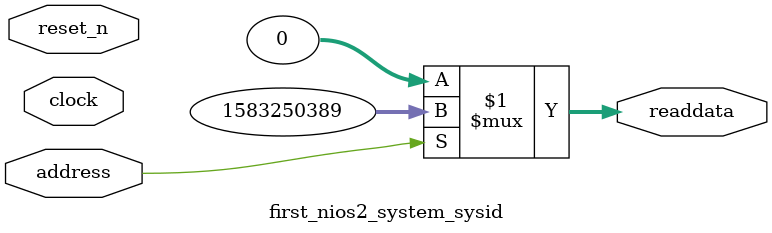
<source format=v>



// synthesis translate_off
`timescale 1ns / 1ps
// synthesis translate_on

// turn off superfluous verilog processor warnings 
// altera message_level Level1 
// altera message_off 10034 10035 10036 10037 10230 10240 10030 

module first_nios2_system_sysid (
               // inputs:
                address,
                clock,
                reset_n,

               // outputs:
                readdata
             )
;

  output  [ 31: 0] readdata;
  input            address;
  input            clock;
  input            reset_n;

  wire    [ 31: 0] readdata;
  //control_slave, which is an e_avalon_slave
  assign readdata = address ? 1583250389 : 0;

endmodule



</source>
